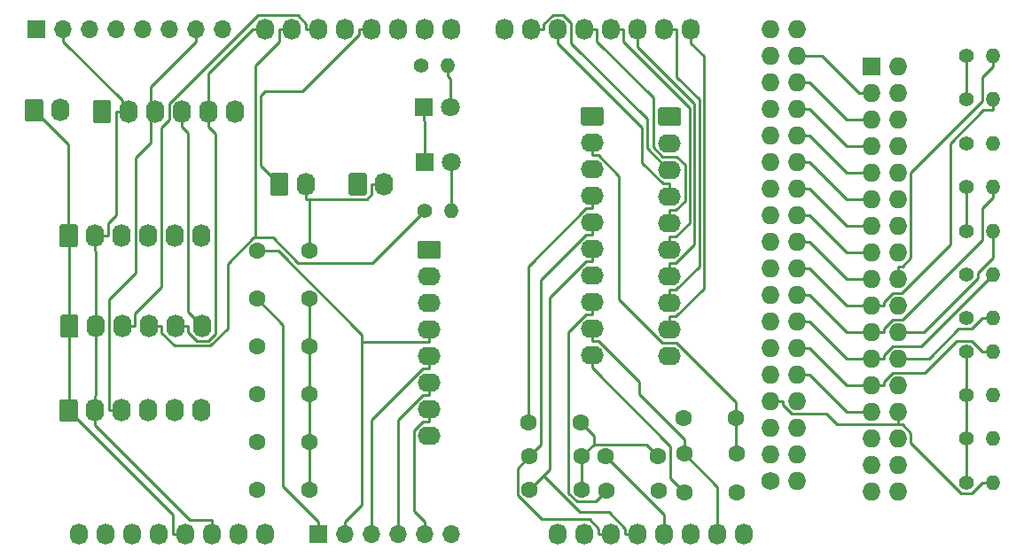
<source format=gbr>
G04 #@! TF.GenerationSoftware,KiCad,Pcbnew,(5.1.5-0-10_14)*
G04 #@! TF.CreationDate,2021-11-28T07:37:34+10:00*
G04 #@! TF.ProjectId,Hornet Forward Input Shield,486f726e-6574-4204-966f-727761726420,rev?*
G04 #@! TF.SameCoordinates,Original*
G04 #@! TF.FileFunction,Copper,L2,Bot*
G04 #@! TF.FilePolarity,Positive*
%FSLAX46Y46*%
G04 Gerber Fmt 4.6, Leading zero omitted, Abs format (unit mm)*
G04 Created by KiCad (PCBNEW (5.1.5-0-10_14)) date 2021-11-28 07:37:34*
%MOMM*%
%LPD*%
G04 APERTURE LIST*
%ADD10O,2.200000X1.740000*%
%ADD11C,0.100000*%
%ADD12O,1.740000X2.200000*%
%ADD13C,1.400000*%
%ADD14O,1.400000X1.400000*%
%ADD15C,1.800000*%
%ADD16R,1.800000X1.800000*%
%ADD17C,1.600000*%
%ADD18O,1.700000X1.700000*%
%ADD19R,1.700000X1.700000*%
%ADD20O,1.727200X1.727200*%
%ADD21R,1.727200X1.727200*%
%ADD22C,1.727200*%
%ADD23O,1.727200X2.032000*%
%ADD24C,0.250000*%
G04 APERTURE END LIST*
D10*
X164719000Y-109728000D03*
X164719000Y-107188000D03*
X164719000Y-104648000D03*
X164719000Y-102108000D03*
X164719000Y-99568000D03*
X164719000Y-97028000D03*
X164719000Y-94488000D03*
G04 #@! TA.AperFunction,ComponentPad*
D11*
G36*
X165593505Y-91079204D02*
G01*
X165617773Y-91082804D01*
X165641572Y-91088765D01*
X165664671Y-91097030D01*
X165686850Y-91107520D01*
X165707893Y-91120132D01*
X165727599Y-91134747D01*
X165745777Y-91151223D01*
X165762253Y-91169401D01*
X165776868Y-91189107D01*
X165789480Y-91210150D01*
X165799970Y-91232329D01*
X165808235Y-91255428D01*
X165814196Y-91279227D01*
X165817796Y-91303495D01*
X165819000Y-91327999D01*
X165819000Y-92568001D01*
X165817796Y-92592505D01*
X165814196Y-92616773D01*
X165808235Y-92640572D01*
X165799970Y-92663671D01*
X165789480Y-92685850D01*
X165776868Y-92706893D01*
X165762253Y-92726599D01*
X165745777Y-92744777D01*
X165727599Y-92761253D01*
X165707893Y-92775868D01*
X165686850Y-92788480D01*
X165664671Y-92798970D01*
X165641572Y-92807235D01*
X165617773Y-92813196D01*
X165593505Y-92816796D01*
X165569001Y-92818000D01*
X163868999Y-92818000D01*
X163844495Y-92816796D01*
X163820227Y-92813196D01*
X163796428Y-92807235D01*
X163773329Y-92798970D01*
X163751150Y-92788480D01*
X163730107Y-92775868D01*
X163710401Y-92761253D01*
X163692223Y-92744777D01*
X163675747Y-92726599D01*
X163661132Y-92706893D01*
X163648520Y-92685850D01*
X163638030Y-92663671D01*
X163629765Y-92640572D01*
X163623804Y-92616773D01*
X163620204Y-92592505D01*
X163619000Y-92568001D01*
X163619000Y-91327999D01*
X163620204Y-91303495D01*
X163623804Y-91279227D01*
X163629765Y-91255428D01*
X163638030Y-91232329D01*
X163648520Y-91210150D01*
X163661132Y-91189107D01*
X163675747Y-91169401D01*
X163692223Y-91151223D01*
X163710401Y-91134747D01*
X163730107Y-91120132D01*
X163751150Y-91107520D01*
X163773329Y-91097030D01*
X163796428Y-91088765D01*
X163820227Y-91082804D01*
X163844495Y-91079204D01*
X163868999Y-91078000D01*
X165569001Y-91078000D01*
X165593505Y-91079204D01*
G37*
G04 #@! TD.AperFunction*
D12*
X152959000Y-85674200D03*
G04 #@! TA.AperFunction,ComponentPad*
D11*
G36*
X151063505Y-84575404D02*
G01*
X151087773Y-84579004D01*
X151111572Y-84584965D01*
X151134671Y-84593230D01*
X151156850Y-84603720D01*
X151177893Y-84616332D01*
X151197599Y-84630947D01*
X151215777Y-84647423D01*
X151232253Y-84665601D01*
X151246868Y-84685307D01*
X151259480Y-84706350D01*
X151269970Y-84728529D01*
X151278235Y-84751628D01*
X151284196Y-84775427D01*
X151287796Y-84799695D01*
X151289000Y-84824199D01*
X151289000Y-86524201D01*
X151287796Y-86548705D01*
X151284196Y-86572973D01*
X151278235Y-86596772D01*
X151269970Y-86619871D01*
X151259480Y-86642050D01*
X151246868Y-86663093D01*
X151232253Y-86682799D01*
X151215777Y-86700977D01*
X151197599Y-86717453D01*
X151177893Y-86732068D01*
X151156850Y-86744680D01*
X151134671Y-86755170D01*
X151111572Y-86763435D01*
X151087773Y-86769396D01*
X151063505Y-86772996D01*
X151039001Y-86774200D01*
X149798999Y-86774200D01*
X149774495Y-86772996D01*
X149750227Y-86769396D01*
X149726428Y-86763435D01*
X149703329Y-86755170D01*
X149681150Y-86744680D01*
X149660107Y-86732068D01*
X149640401Y-86717453D01*
X149622223Y-86700977D01*
X149605747Y-86682799D01*
X149591132Y-86663093D01*
X149578520Y-86642050D01*
X149568030Y-86619871D01*
X149559765Y-86596772D01*
X149553804Y-86572973D01*
X149550204Y-86548705D01*
X149549000Y-86524201D01*
X149549000Y-84824199D01*
X149550204Y-84799695D01*
X149553804Y-84775427D01*
X149559765Y-84751628D01*
X149568030Y-84728529D01*
X149578520Y-84706350D01*
X149591132Y-84685307D01*
X149605747Y-84665601D01*
X149622223Y-84647423D01*
X149640401Y-84630947D01*
X149660107Y-84616332D01*
X149681150Y-84603720D01*
X149703329Y-84593230D01*
X149726428Y-84584965D01*
X149750227Y-84579004D01*
X149774495Y-84575404D01*
X149798999Y-84574200D01*
X151039001Y-84574200D01*
X151063505Y-84575404D01*
G37*
G04 #@! TD.AperFunction*
D13*
X164287000Y-88265000D03*
D14*
X166827000Y-88265000D03*
D13*
X163957000Y-74345800D03*
D14*
X166497000Y-74345800D03*
D12*
X160452000Y-85674200D03*
G04 #@! TA.AperFunction,ComponentPad*
D11*
G36*
X158556505Y-84575404D02*
G01*
X158580773Y-84579004D01*
X158604572Y-84584965D01*
X158627671Y-84593230D01*
X158649850Y-84603720D01*
X158670893Y-84616332D01*
X158690599Y-84630947D01*
X158708777Y-84647423D01*
X158725253Y-84665601D01*
X158739868Y-84685307D01*
X158752480Y-84706350D01*
X158762970Y-84728529D01*
X158771235Y-84751628D01*
X158777196Y-84775427D01*
X158780796Y-84799695D01*
X158782000Y-84824199D01*
X158782000Y-86524201D01*
X158780796Y-86548705D01*
X158777196Y-86572973D01*
X158771235Y-86596772D01*
X158762970Y-86619871D01*
X158752480Y-86642050D01*
X158739868Y-86663093D01*
X158725253Y-86682799D01*
X158708777Y-86700977D01*
X158690599Y-86717453D01*
X158670893Y-86732068D01*
X158649850Y-86744680D01*
X158627671Y-86755170D01*
X158604572Y-86763435D01*
X158580773Y-86769396D01*
X158556505Y-86772996D01*
X158532001Y-86774200D01*
X157291999Y-86774200D01*
X157267495Y-86772996D01*
X157243227Y-86769396D01*
X157219428Y-86763435D01*
X157196329Y-86755170D01*
X157174150Y-86744680D01*
X157153107Y-86732068D01*
X157133401Y-86717453D01*
X157115223Y-86700977D01*
X157098747Y-86682799D01*
X157084132Y-86663093D01*
X157071520Y-86642050D01*
X157061030Y-86619871D01*
X157052765Y-86596772D01*
X157046804Y-86572973D01*
X157043204Y-86548705D01*
X157042000Y-86524201D01*
X157042000Y-84824199D01*
X157043204Y-84799695D01*
X157046804Y-84775427D01*
X157052765Y-84751628D01*
X157061030Y-84728529D01*
X157071520Y-84706350D01*
X157084132Y-84685307D01*
X157098747Y-84665601D01*
X157115223Y-84647423D01*
X157133401Y-84630947D01*
X157153107Y-84616332D01*
X157174150Y-84603720D01*
X157196329Y-84593230D01*
X157219428Y-84584965D01*
X157243227Y-84579004D01*
X157267495Y-84575404D01*
X157291999Y-84574200D01*
X158532001Y-84574200D01*
X158556505Y-84575404D01*
G37*
G04 #@! TD.AperFunction*
D12*
X146177000Y-78740000D03*
X143637000Y-78740000D03*
X141097000Y-78740000D03*
X138557000Y-78740000D03*
X136017000Y-78740000D03*
G04 #@! TA.AperFunction,ComponentPad*
D11*
G36*
X134121505Y-77641204D02*
G01*
X134145773Y-77644804D01*
X134169572Y-77650765D01*
X134192671Y-77659030D01*
X134214850Y-77669520D01*
X134235893Y-77682132D01*
X134255599Y-77696747D01*
X134273777Y-77713223D01*
X134290253Y-77731401D01*
X134304868Y-77751107D01*
X134317480Y-77772150D01*
X134327970Y-77794329D01*
X134336235Y-77817428D01*
X134342196Y-77841227D01*
X134345796Y-77865495D01*
X134347000Y-77889999D01*
X134347000Y-79590001D01*
X134345796Y-79614505D01*
X134342196Y-79638773D01*
X134336235Y-79662572D01*
X134327970Y-79685671D01*
X134317480Y-79707850D01*
X134304868Y-79728893D01*
X134290253Y-79748599D01*
X134273777Y-79766777D01*
X134255599Y-79783253D01*
X134235893Y-79797868D01*
X134214850Y-79810480D01*
X134192671Y-79820970D01*
X134169572Y-79829235D01*
X134145773Y-79835196D01*
X134121505Y-79838796D01*
X134097001Y-79840000D01*
X132856999Y-79840000D01*
X132832495Y-79838796D01*
X132808227Y-79835196D01*
X132784428Y-79829235D01*
X132761329Y-79820970D01*
X132739150Y-79810480D01*
X132718107Y-79797868D01*
X132698401Y-79783253D01*
X132680223Y-79766777D01*
X132663747Y-79748599D01*
X132649132Y-79728893D01*
X132636520Y-79707850D01*
X132626030Y-79685671D01*
X132617765Y-79662572D01*
X132611804Y-79638773D01*
X132608204Y-79614505D01*
X132607000Y-79590001D01*
X132607000Y-77889999D01*
X132608204Y-77865495D01*
X132611804Y-77841227D01*
X132617765Y-77817428D01*
X132626030Y-77794329D01*
X132636520Y-77772150D01*
X132649132Y-77751107D01*
X132663747Y-77731401D01*
X132680223Y-77713223D01*
X132698401Y-77696747D01*
X132718107Y-77682132D01*
X132739150Y-77669520D01*
X132761329Y-77659030D01*
X132784428Y-77650765D01*
X132808227Y-77644804D01*
X132832495Y-77641204D01*
X132856999Y-77640000D01*
X134097001Y-77640000D01*
X134121505Y-77641204D01*
G37*
G04 #@! TD.AperFunction*
D12*
X129540000Y-78613000D03*
G04 #@! TA.AperFunction,ComponentPad*
D11*
G36*
X127644505Y-77514204D02*
G01*
X127668773Y-77517804D01*
X127692572Y-77523765D01*
X127715671Y-77532030D01*
X127737850Y-77542520D01*
X127758893Y-77555132D01*
X127778599Y-77569747D01*
X127796777Y-77586223D01*
X127813253Y-77604401D01*
X127827868Y-77624107D01*
X127840480Y-77645150D01*
X127850970Y-77667329D01*
X127859235Y-77690428D01*
X127865196Y-77714227D01*
X127868796Y-77738495D01*
X127870000Y-77762999D01*
X127870000Y-79463001D01*
X127868796Y-79487505D01*
X127865196Y-79511773D01*
X127859235Y-79535572D01*
X127850970Y-79558671D01*
X127840480Y-79580850D01*
X127827868Y-79601893D01*
X127813253Y-79621599D01*
X127796777Y-79639777D01*
X127778599Y-79656253D01*
X127758893Y-79670868D01*
X127737850Y-79683480D01*
X127715671Y-79693970D01*
X127692572Y-79702235D01*
X127668773Y-79708196D01*
X127644505Y-79711796D01*
X127620001Y-79713000D01*
X126379999Y-79713000D01*
X126355495Y-79711796D01*
X126331227Y-79708196D01*
X126307428Y-79702235D01*
X126284329Y-79693970D01*
X126262150Y-79683480D01*
X126241107Y-79670868D01*
X126221401Y-79656253D01*
X126203223Y-79639777D01*
X126186747Y-79621599D01*
X126172132Y-79601893D01*
X126159520Y-79580850D01*
X126149030Y-79558671D01*
X126140765Y-79535572D01*
X126134804Y-79511773D01*
X126131204Y-79487505D01*
X126130000Y-79463001D01*
X126130000Y-77762999D01*
X126131204Y-77738495D01*
X126134804Y-77714227D01*
X126140765Y-77690428D01*
X126149030Y-77667329D01*
X126159520Y-77645150D01*
X126172132Y-77624107D01*
X126186747Y-77604401D01*
X126203223Y-77586223D01*
X126221401Y-77569747D01*
X126241107Y-77555132D01*
X126262150Y-77542520D01*
X126284329Y-77532030D01*
X126307428Y-77523765D01*
X126331227Y-77517804D01*
X126355495Y-77514204D01*
X126379999Y-77513000D01*
X127620001Y-77513000D01*
X127644505Y-77514204D01*
G37*
G04 #@! TD.AperFunction*
D15*
X166827000Y-83566000D03*
D16*
X164287000Y-83566000D03*
D15*
X166726000Y-78359000D03*
D16*
X164186000Y-78359000D03*
D12*
X143002000Y-107315000D03*
X140462000Y-107315000D03*
X137922000Y-107315000D03*
X135382000Y-107315000D03*
X132842000Y-107315000D03*
G04 #@! TA.AperFunction,ComponentPad*
D11*
G36*
X130946505Y-106216204D02*
G01*
X130970773Y-106219804D01*
X130994572Y-106225765D01*
X131017671Y-106234030D01*
X131039850Y-106244520D01*
X131060893Y-106257132D01*
X131080599Y-106271747D01*
X131098777Y-106288223D01*
X131115253Y-106306401D01*
X131129868Y-106326107D01*
X131142480Y-106347150D01*
X131152970Y-106369329D01*
X131161235Y-106392428D01*
X131167196Y-106416227D01*
X131170796Y-106440495D01*
X131172000Y-106464999D01*
X131172000Y-108165001D01*
X131170796Y-108189505D01*
X131167196Y-108213773D01*
X131161235Y-108237572D01*
X131152970Y-108260671D01*
X131142480Y-108282850D01*
X131129868Y-108303893D01*
X131115253Y-108323599D01*
X131098777Y-108341777D01*
X131080599Y-108358253D01*
X131060893Y-108372868D01*
X131039850Y-108385480D01*
X131017671Y-108395970D01*
X130994572Y-108404235D01*
X130970773Y-108410196D01*
X130946505Y-108413796D01*
X130922001Y-108415000D01*
X129681999Y-108415000D01*
X129657495Y-108413796D01*
X129633227Y-108410196D01*
X129609428Y-108404235D01*
X129586329Y-108395970D01*
X129564150Y-108385480D01*
X129543107Y-108372868D01*
X129523401Y-108358253D01*
X129505223Y-108341777D01*
X129488747Y-108323599D01*
X129474132Y-108303893D01*
X129461520Y-108282850D01*
X129451030Y-108260671D01*
X129442765Y-108237572D01*
X129436804Y-108213773D01*
X129433204Y-108189505D01*
X129432000Y-108165001D01*
X129432000Y-106464999D01*
X129433204Y-106440495D01*
X129436804Y-106416227D01*
X129442765Y-106392428D01*
X129451030Y-106369329D01*
X129461520Y-106347150D01*
X129474132Y-106326107D01*
X129488747Y-106306401D01*
X129505223Y-106288223D01*
X129523401Y-106271747D01*
X129543107Y-106257132D01*
X129564150Y-106244520D01*
X129586329Y-106234030D01*
X129609428Y-106225765D01*
X129633227Y-106219804D01*
X129657495Y-106216204D01*
X129681999Y-106215000D01*
X130922001Y-106215000D01*
X130946505Y-106216204D01*
G37*
G04 #@! TD.AperFunction*
D12*
X143066000Y-99250500D03*
X140526000Y-99250500D03*
X137986000Y-99250500D03*
X135446000Y-99250500D03*
X132906000Y-99250500D03*
G04 #@! TA.AperFunction,ComponentPad*
D11*
G36*
X131010505Y-98151704D02*
G01*
X131034773Y-98155304D01*
X131058572Y-98161265D01*
X131081671Y-98169530D01*
X131103850Y-98180020D01*
X131124893Y-98192632D01*
X131144599Y-98207247D01*
X131162777Y-98223723D01*
X131179253Y-98241901D01*
X131193868Y-98261607D01*
X131206480Y-98282650D01*
X131216970Y-98304829D01*
X131225235Y-98327928D01*
X131231196Y-98351727D01*
X131234796Y-98375995D01*
X131236000Y-98400499D01*
X131236000Y-100100501D01*
X131234796Y-100125005D01*
X131231196Y-100149273D01*
X131225235Y-100173072D01*
X131216970Y-100196171D01*
X131206480Y-100218350D01*
X131193868Y-100239393D01*
X131179253Y-100259099D01*
X131162777Y-100277277D01*
X131144599Y-100293753D01*
X131124893Y-100308368D01*
X131103850Y-100320980D01*
X131081671Y-100331470D01*
X131058572Y-100339735D01*
X131034773Y-100345696D01*
X131010505Y-100349296D01*
X130986001Y-100350500D01*
X129745999Y-100350500D01*
X129721495Y-100349296D01*
X129697227Y-100345696D01*
X129673428Y-100339735D01*
X129650329Y-100331470D01*
X129628150Y-100320980D01*
X129607107Y-100308368D01*
X129587401Y-100293753D01*
X129569223Y-100277277D01*
X129552747Y-100259099D01*
X129538132Y-100239393D01*
X129525520Y-100218350D01*
X129515030Y-100196171D01*
X129506765Y-100173072D01*
X129500804Y-100149273D01*
X129497204Y-100125005D01*
X129496000Y-100100501D01*
X129496000Y-98400499D01*
X129497204Y-98375995D01*
X129500804Y-98351727D01*
X129506765Y-98327928D01*
X129515030Y-98304829D01*
X129525520Y-98282650D01*
X129538132Y-98261607D01*
X129552747Y-98241901D01*
X129569223Y-98223723D01*
X129587401Y-98207247D01*
X129607107Y-98192632D01*
X129628150Y-98180020D01*
X129650329Y-98169530D01*
X129673428Y-98161265D01*
X129697227Y-98155304D01*
X129721495Y-98151704D01*
X129745999Y-98150500D01*
X130986001Y-98150500D01*
X131010505Y-98151704D01*
G37*
G04 #@! TD.AperFunction*
D12*
X143002000Y-90614500D03*
X140462000Y-90614500D03*
X137922000Y-90614500D03*
X135382000Y-90614500D03*
X132842000Y-90614500D03*
G04 #@! TA.AperFunction,ComponentPad*
D11*
G36*
X130946505Y-89515704D02*
G01*
X130970773Y-89519304D01*
X130994572Y-89525265D01*
X131017671Y-89533530D01*
X131039850Y-89544020D01*
X131060893Y-89556632D01*
X131080599Y-89571247D01*
X131098777Y-89587723D01*
X131115253Y-89605901D01*
X131129868Y-89625607D01*
X131142480Y-89646650D01*
X131152970Y-89668829D01*
X131161235Y-89691928D01*
X131167196Y-89715727D01*
X131170796Y-89739995D01*
X131172000Y-89764499D01*
X131172000Y-91464501D01*
X131170796Y-91489005D01*
X131167196Y-91513273D01*
X131161235Y-91537072D01*
X131152970Y-91560171D01*
X131142480Y-91582350D01*
X131129868Y-91603393D01*
X131115253Y-91623099D01*
X131098777Y-91641277D01*
X131080599Y-91657753D01*
X131060893Y-91672368D01*
X131039850Y-91684980D01*
X131017671Y-91695470D01*
X130994572Y-91703735D01*
X130970773Y-91709696D01*
X130946505Y-91713296D01*
X130922001Y-91714500D01*
X129681999Y-91714500D01*
X129657495Y-91713296D01*
X129633227Y-91709696D01*
X129609428Y-91703735D01*
X129586329Y-91695470D01*
X129564150Y-91684980D01*
X129543107Y-91672368D01*
X129523401Y-91657753D01*
X129505223Y-91641277D01*
X129488747Y-91623099D01*
X129474132Y-91603393D01*
X129461520Y-91582350D01*
X129451030Y-91560171D01*
X129442765Y-91537072D01*
X129436804Y-91513273D01*
X129433204Y-91489005D01*
X129432000Y-91464501D01*
X129432000Y-89764499D01*
X129433204Y-89739995D01*
X129436804Y-89715727D01*
X129442765Y-89691928D01*
X129451030Y-89668829D01*
X129461520Y-89646650D01*
X129474132Y-89625607D01*
X129488747Y-89605901D01*
X129505223Y-89587723D01*
X129523401Y-89571247D01*
X129543107Y-89556632D01*
X129564150Y-89544020D01*
X129586329Y-89533530D01*
X129609428Y-89525265D01*
X129633227Y-89519304D01*
X129657495Y-89515704D01*
X129681999Y-89514500D01*
X130922001Y-89514500D01*
X130946505Y-89515704D01*
G37*
G04 #@! TD.AperFunction*
D17*
X194040000Y-108077000D03*
X189040000Y-108077000D03*
X179180000Y-108458000D03*
X174180000Y-108458000D03*
X179308000Y-111696000D03*
X174308000Y-111696000D03*
X153272000Y-96647000D03*
X148272000Y-96647000D03*
X179308000Y-114872000D03*
X174308000Y-114872000D03*
X153272000Y-92075000D03*
X148272000Y-92075000D03*
X186610000Y-111696000D03*
X181610000Y-111696000D03*
X153272000Y-101219000D03*
X148272000Y-101219000D03*
X186674000Y-114998000D03*
X181674000Y-114998000D03*
X153272000Y-105791000D03*
X148272000Y-105791000D03*
X194103000Y-111442000D03*
X189103000Y-111442000D03*
X153272000Y-110363000D03*
X148272000Y-110363000D03*
X194103000Y-115126000D03*
X189103000Y-115126000D03*
X153272000Y-114935000D03*
X148272000Y-114935000D03*
D18*
X145034000Y-70866000D03*
X142494000Y-70866000D03*
X139954000Y-70866000D03*
X137414000Y-70866000D03*
X134874000Y-70866000D03*
X132334000Y-70866000D03*
X129794000Y-70866000D03*
D19*
X127254000Y-70866000D03*
D18*
X166878000Y-119126000D03*
X164338000Y-119126000D03*
X161798000Y-119126000D03*
X159258000Y-119126000D03*
X156718000Y-119126000D03*
D19*
X154178000Y-119126000D03*
D13*
X216027000Y-114201000D03*
D14*
X218567000Y-114201000D03*
D13*
X216027000Y-110020000D03*
D14*
X218567000Y-110020000D03*
D13*
X216027000Y-105839000D03*
D14*
X218567000Y-105839000D03*
D13*
X216027000Y-101658000D03*
D14*
X218567000Y-101658000D03*
D13*
X216027000Y-98492600D03*
D14*
X218567000Y-98492600D03*
D13*
X216027000Y-94311500D03*
D14*
X218567000Y-94311500D03*
D13*
X216027000Y-90130400D03*
D14*
X218567000Y-90130400D03*
D13*
X216027000Y-85949300D03*
D14*
X218567000Y-85949300D03*
D13*
X216027000Y-81768200D03*
D14*
X218567000Y-81768200D03*
D13*
X216027000Y-77587100D03*
D14*
X218567000Y-77587100D03*
D13*
X216027000Y-73406000D03*
D14*
X218567000Y-73406000D03*
D10*
X187693000Y-102069900D03*
X187693000Y-99529900D03*
X187693000Y-96989900D03*
X187693000Y-94449900D03*
X187693000Y-91909900D03*
X187693000Y-89369900D03*
X187693000Y-86829900D03*
X187693000Y-84289900D03*
X187693000Y-81749900D03*
G04 #@! TA.AperFunction,ComponentPad*
D11*
G36*
X188567505Y-78341104D02*
G01*
X188591773Y-78344704D01*
X188615572Y-78350665D01*
X188638671Y-78358930D01*
X188660850Y-78369420D01*
X188681893Y-78382032D01*
X188701599Y-78396647D01*
X188719777Y-78413123D01*
X188736253Y-78431301D01*
X188750868Y-78451007D01*
X188763480Y-78472050D01*
X188773970Y-78494229D01*
X188782235Y-78517328D01*
X188788196Y-78541127D01*
X188791796Y-78565395D01*
X188793000Y-78589899D01*
X188793000Y-79829901D01*
X188791796Y-79854405D01*
X188788196Y-79878673D01*
X188782235Y-79902472D01*
X188773970Y-79925571D01*
X188763480Y-79947750D01*
X188750868Y-79968793D01*
X188736253Y-79988499D01*
X188719777Y-80006677D01*
X188701599Y-80023153D01*
X188681893Y-80037768D01*
X188660850Y-80050380D01*
X188638671Y-80060870D01*
X188615572Y-80069135D01*
X188591773Y-80075096D01*
X188567505Y-80078696D01*
X188543001Y-80079900D01*
X186842999Y-80079900D01*
X186818495Y-80078696D01*
X186794227Y-80075096D01*
X186770428Y-80069135D01*
X186747329Y-80060870D01*
X186725150Y-80050380D01*
X186704107Y-80037768D01*
X186684401Y-80023153D01*
X186666223Y-80006677D01*
X186649747Y-79988499D01*
X186635132Y-79968793D01*
X186622520Y-79947750D01*
X186612030Y-79925571D01*
X186603765Y-79902472D01*
X186597804Y-79878673D01*
X186594204Y-79854405D01*
X186593000Y-79829901D01*
X186593000Y-78589899D01*
X186594204Y-78565395D01*
X186597804Y-78541127D01*
X186603765Y-78517328D01*
X186612030Y-78494229D01*
X186622520Y-78472050D01*
X186635132Y-78451007D01*
X186649747Y-78431301D01*
X186666223Y-78413123D01*
X186684401Y-78396647D01*
X186704107Y-78382032D01*
X186725150Y-78369420D01*
X186747329Y-78358930D01*
X186770428Y-78350665D01*
X186794227Y-78344704D01*
X186818495Y-78341104D01*
X186842999Y-78339900D01*
X188543001Y-78339900D01*
X188567505Y-78341104D01*
G37*
G04 #@! TD.AperFunction*
D10*
X180302000Y-102044500D03*
X180302000Y-99504500D03*
X180302000Y-96964500D03*
X180302000Y-94424500D03*
X180302000Y-91884500D03*
X180302000Y-89344500D03*
X180302000Y-86804500D03*
X180302000Y-84264500D03*
X180302000Y-81724500D03*
G04 #@! TA.AperFunction,ComponentPad*
D11*
G36*
X181176505Y-78315704D02*
G01*
X181200773Y-78319304D01*
X181224572Y-78325265D01*
X181247671Y-78333530D01*
X181269850Y-78344020D01*
X181290893Y-78356632D01*
X181310599Y-78371247D01*
X181328777Y-78387723D01*
X181345253Y-78405901D01*
X181359868Y-78425607D01*
X181372480Y-78446650D01*
X181382970Y-78468829D01*
X181391235Y-78491928D01*
X181397196Y-78515727D01*
X181400796Y-78539995D01*
X181402000Y-78564499D01*
X181402000Y-79804501D01*
X181400796Y-79829005D01*
X181397196Y-79853273D01*
X181391235Y-79877072D01*
X181382970Y-79900171D01*
X181372480Y-79922350D01*
X181359868Y-79943393D01*
X181345253Y-79963099D01*
X181328777Y-79981277D01*
X181310599Y-79997753D01*
X181290893Y-80012368D01*
X181269850Y-80024980D01*
X181247671Y-80035470D01*
X181224572Y-80043735D01*
X181200773Y-80049696D01*
X181176505Y-80053296D01*
X181152001Y-80054500D01*
X179451999Y-80054500D01*
X179427495Y-80053296D01*
X179403227Y-80049696D01*
X179379428Y-80043735D01*
X179356329Y-80035470D01*
X179334150Y-80024980D01*
X179313107Y-80012368D01*
X179293401Y-79997753D01*
X179275223Y-79981277D01*
X179258747Y-79963099D01*
X179244132Y-79943393D01*
X179231520Y-79922350D01*
X179221030Y-79900171D01*
X179212765Y-79877072D01*
X179206804Y-79853273D01*
X179203204Y-79829005D01*
X179202000Y-79804501D01*
X179202000Y-78564499D01*
X179203204Y-78539995D01*
X179206804Y-78515727D01*
X179212765Y-78491928D01*
X179221030Y-78468829D01*
X179231520Y-78446650D01*
X179244132Y-78425607D01*
X179258747Y-78405901D01*
X179275223Y-78387723D01*
X179293401Y-78371247D01*
X179313107Y-78356632D01*
X179334150Y-78344020D01*
X179356329Y-78333530D01*
X179379428Y-78325265D01*
X179403227Y-78319304D01*
X179427495Y-78315704D01*
X179451999Y-78314500D01*
X181152001Y-78314500D01*
X181176505Y-78315704D01*
G37*
G04 #@! TD.AperFunction*
D20*
X209550000Y-115062000D03*
X207010000Y-115062000D03*
X209550000Y-112522000D03*
X207010000Y-112522000D03*
X209550000Y-109982000D03*
X207010000Y-109982000D03*
X209550000Y-107442000D03*
X207010000Y-107442000D03*
X209550000Y-104902000D03*
X207010000Y-104902000D03*
X209550000Y-102362000D03*
X207010000Y-102362000D03*
X209550000Y-99822000D03*
X207010000Y-99822000D03*
X209550000Y-97282000D03*
X207010000Y-97282000D03*
X209550000Y-94742000D03*
X207010000Y-94742000D03*
X209550000Y-92202000D03*
X207010000Y-92202000D03*
X209550000Y-89662000D03*
X207010000Y-89662000D03*
X209550000Y-87122000D03*
X207010000Y-87122000D03*
X209550000Y-84582000D03*
X207010000Y-84582000D03*
X209550000Y-82042000D03*
X207010000Y-82042000D03*
X209550000Y-79502000D03*
X207010000Y-79502000D03*
X209550000Y-76962000D03*
X207010000Y-76962000D03*
X209550000Y-74422000D03*
D21*
X207010000Y-74422000D03*
D22*
X197358000Y-114046000D03*
D20*
X199898000Y-114046000D03*
X197358000Y-111506000D03*
X199898000Y-111506000D03*
X197358000Y-108966000D03*
X199898000Y-108966000D03*
X197358000Y-106426000D03*
X199898000Y-106426000D03*
X197358000Y-103886000D03*
X199898000Y-103886000D03*
X197358000Y-101346000D03*
X199898000Y-101346000D03*
X197358000Y-98806000D03*
X199898000Y-98806000D03*
X197358000Y-96266000D03*
X199898000Y-96266000D03*
X197358000Y-93726000D03*
X199898000Y-93726000D03*
X197358000Y-91186000D03*
X199898000Y-91186000D03*
X197358000Y-88646000D03*
X199898000Y-88646000D03*
X197358000Y-86106000D03*
X199898000Y-86106000D03*
X197358000Y-83566000D03*
X199898000Y-83566000D03*
X197358000Y-81026000D03*
X199898000Y-81026000D03*
X197358000Y-78486000D03*
X199898000Y-78486000D03*
X197358000Y-75946000D03*
X199898000Y-75946000D03*
X197358000Y-73406000D03*
X199898000Y-73406000D03*
X197358000Y-70866000D03*
X199898000Y-70866000D03*
D23*
X131318000Y-119126000D03*
X133858000Y-119126000D03*
X136398000Y-119126000D03*
X138938000Y-119126000D03*
X141478000Y-119126000D03*
X144018000Y-119126000D03*
X146558000Y-119126000D03*
X149098000Y-119126000D03*
X177038000Y-119126000D03*
X179578000Y-119126000D03*
X182118000Y-119126000D03*
X184658000Y-119126000D03*
X187198000Y-119126000D03*
X189738000Y-119126000D03*
X192278000Y-119126000D03*
X194818000Y-119126000D03*
X149098000Y-70866000D03*
X151638000Y-70866000D03*
X154178000Y-70866000D03*
X156718000Y-70866000D03*
X159258000Y-70866000D03*
X161798000Y-70866000D03*
X164338000Y-70866000D03*
X166878000Y-70866000D03*
X171958000Y-70866000D03*
X174498000Y-70866000D03*
X177038000Y-70866000D03*
X179578000Y-70866000D03*
X182118000Y-70866000D03*
X184658000Y-70866000D03*
X187198000Y-70866000D03*
X189738000Y-70866000D03*
D24*
X194040000Y-108077000D02*
X194040000Y-106487100D01*
X194040000Y-106487100D02*
X188352800Y-100799900D01*
X188352800Y-100799900D02*
X187008800Y-100799900D01*
X187008800Y-100799900D02*
X182881400Y-96672500D01*
X182881400Y-96672500D02*
X182881400Y-84901600D01*
X182881400Y-84901600D02*
X180899600Y-82919800D01*
X180899600Y-82919800D02*
X180302000Y-82919800D01*
X194103000Y-111442000D02*
X194040000Y-111379000D01*
X194040000Y-111379000D02*
X194040000Y-108077000D01*
X180302000Y-81724500D02*
X180302000Y-82919800D01*
X180438200Y-110565800D02*
X179308000Y-111696000D01*
X186610000Y-111696000D02*
X185479800Y-110565800D01*
X185479800Y-110565800D02*
X180438200Y-110565800D01*
X180438200Y-110565800D02*
X180438200Y-109716200D01*
X180438200Y-109716200D02*
X179180000Y-108458000D01*
X179308000Y-114872000D02*
X179308000Y-111696000D01*
X197358000Y-106426000D02*
X198546900Y-106426000D01*
X198546900Y-106426000D02*
X198546900Y-106797600D01*
X198546900Y-106797600D02*
X199364200Y-107614900D01*
X199364200Y-107614900D02*
X202700000Y-107614900D01*
X202700000Y-107614900D02*
X203716000Y-108630900D01*
X203716000Y-108630900D02*
X209550000Y-108630900D01*
X218567000Y-114201000D02*
X217541700Y-114201000D01*
X209550000Y-107442000D02*
X209550000Y-108630900D01*
X209550000Y-108630900D02*
X209921600Y-108630900D01*
X209921600Y-108630900D02*
X210738900Y-109448200D01*
X210738900Y-109448200D02*
X210738900Y-110409600D01*
X210738900Y-110409600D02*
X215555600Y-115226300D01*
X215555600Y-115226300D02*
X216516400Y-115226300D01*
X216516400Y-115226300D02*
X217541700Y-114201000D01*
X201086900Y-103886000D02*
X204642900Y-107442000D01*
X204642900Y-107442000D02*
X207010000Y-107442000D01*
X199898000Y-103886000D02*
X201086900Y-103886000D01*
X218567000Y-98492600D02*
X217541700Y-98492600D01*
X209550000Y-102362000D02*
X210738900Y-102362000D01*
X210738900Y-102362000D02*
X212446600Y-102362000D01*
X212446600Y-102362000D02*
X215290700Y-99517900D01*
X215290700Y-99517900D02*
X216516400Y-99517900D01*
X216516400Y-99517900D02*
X217541700Y-98492600D01*
X208198900Y-104902000D02*
X208198900Y-104530400D01*
X208198900Y-104530400D02*
X209016200Y-103713100D01*
X209016200Y-103713100D02*
X212050600Y-103713100D01*
X212050600Y-103713100D02*
X215131000Y-100632700D01*
X215131000Y-100632700D02*
X216516400Y-100632700D01*
X216516400Y-100632700D02*
X217541700Y-101658000D01*
X207010000Y-104902000D02*
X208198900Y-104902000D01*
X201086900Y-101346000D02*
X204642900Y-104902000D01*
X204642900Y-104902000D02*
X207010000Y-104902000D01*
X218567000Y-101658000D02*
X217541700Y-101658000D01*
X199898000Y-101346000D02*
X201086900Y-101346000D01*
X209550000Y-99822000D02*
X211966700Y-99822000D01*
X211966700Y-99822000D02*
X217137700Y-94651000D01*
X217137700Y-94651000D02*
X217137700Y-94140500D01*
X217137700Y-94140500D02*
X218567000Y-92711200D01*
X218567000Y-92711200D02*
X218567000Y-90130400D01*
X207010000Y-102362000D02*
X208198900Y-102362000D01*
X208198900Y-102362000D02*
X208198900Y-101990400D01*
X208198900Y-101990400D02*
X209016200Y-101173100D01*
X209016200Y-101173100D02*
X211705400Y-101173100D01*
X211705400Y-101173100D02*
X218567000Y-94311500D01*
X201086900Y-98806000D02*
X204642900Y-102362000D01*
X204642900Y-102362000D02*
X207010000Y-102362000D01*
X199898000Y-98806000D02*
X201086900Y-98806000D01*
X207010000Y-99822000D02*
X208198900Y-99822000D01*
X208198900Y-99822000D02*
X208198900Y-99450400D01*
X208198900Y-99450400D02*
X209016200Y-98633100D01*
X209016200Y-98633100D02*
X209899700Y-98633100D01*
X209899700Y-98633100D02*
X217541700Y-90991100D01*
X217541700Y-90991100D02*
X217541700Y-87999900D01*
X217541700Y-87999900D02*
X218567000Y-86974600D01*
X201086900Y-96266000D02*
X204642900Y-99822000D01*
X204642900Y-99822000D02*
X207010000Y-99822000D01*
X218567000Y-85949300D02*
X218567000Y-86974600D01*
X199898000Y-96266000D02*
X201086900Y-96266000D01*
X218567000Y-73406000D02*
X218567000Y-74431300D01*
X209550000Y-94742000D02*
X209550000Y-93553100D01*
X209550000Y-93553100D02*
X209921600Y-93553100D01*
X209921600Y-93553100D02*
X210738900Y-92735800D01*
X210738900Y-92735800D02*
X210738900Y-84566400D01*
X210738900Y-84566400D02*
X217541700Y-77763600D01*
X217541700Y-77763600D02*
X217541700Y-75456600D01*
X217541700Y-75456600D02*
X218567000Y-74431300D01*
X207010000Y-97282000D02*
X208198900Y-97282000D01*
X208198900Y-97282000D02*
X208198900Y-96910400D01*
X208198900Y-96910400D02*
X209016200Y-96093100D01*
X209016200Y-96093100D02*
X209883400Y-96093100D01*
X209883400Y-96093100D02*
X214502300Y-91474200D01*
X214502300Y-91474200D02*
X214502300Y-81780000D01*
X214502300Y-81780000D02*
X217669900Y-78612400D01*
X217669900Y-78612400D02*
X218567000Y-78612400D01*
X201086900Y-93726000D02*
X204642900Y-97282000D01*
X204642900Y-97282000D02*
X207010000Y-97282000D01*
X218567000Y-77587100D02*
X218567000Y-78612400D01*
X199898000Y-93726000D02*
X201086900Y-93726000D01*
X199898000Y-91186000D02*
X201086900Y-91186000D01*
X201086900Y-91186000D02*
X204642900Y-94742000D01*
X204642900Y-94742000D02*
X207010000Y-94742000D01*
X199898000Y-88646000D02*
X201086900Y-88646000D01*
X201086900Y-88646000D02*
X204642900Y-92202000D01*
X204642900Y-92202000D02*
X207010000Y-92202000D01*
X199898000Y-86106000D02*
X201086900Y-86106000D01*
X201086900Y-86106000D02*
X204642900Y-89662000D01*
X204642900Y-89662000D02*
X207010000Y-89662000D01*
X199898000Y-83566000D02*
X201086900Y-83566000D01*
X201086900Y-83566000D02*
X204642900Y-87122000D01*
X204642900Y-87122000D02*
X207010000Y-87122000D01*
X199898000Y-81026000D02*
X201086900Y-81026000D01*
X201086900Y-81026000D02*
X204642900Y-84582000D01*
X204642900Y-84582000D02*
X207010000Y-84582000D01*
X199898000Y-78486000D02*
X201086900Y-78486000D01*
X201086900Y-78486000D02*
X204642900Y-82042000D01*
X204642900Y-82042000D02*
X207010000Y-82042000D01*
X199898000Y-75946000D02*
X201086900Y-75946000D01*
X201086900Y-75946000D02*
X204642900Y-79502000D01*
X204642900Y-79502000D02*
X207010000Y-79502000D01*
X207010000Y-76962000D02*
X205821100Y-76962000D01*
X199898000Y-73406000D02*
X202265100Y-73406000D01*
X202265100Y-73406000D02*
X205821100Y-76962000D01*
X216027000Y-110020000D02*
X216027000Y-114201000D01*
X216027000Y-105839000D02*
X216027000Y-110020000D01*
X216027000Y-101658000D02*
X216027000Y-105839000D01*
X216027000Y-85949300D02*
X216027000Y-90130400D01*
X216027000Y-73406000D02*
X216027000Y-77587100D01*
X180302000Y-87999800D02*
X179704400Y-87999800D01*
X179704400Y-87999800D02*
X174180000Y-93524200D01*
X174180000Y-93524200D02*
X174180000Y-108458000D01*
X180302000Y-86804500D02*
X180302000Y-87999800D01*
X182118000Y-119126000D02*
X180929100Y-119126000D01*
X180929100Y-119126000D02*
X180929100Y-118605900D01*
X180929100Y-118605900D02*
X180038400Y-117715200D01*
X180038400Y-117715200D02*
X175508700Y-117715200D01*
X175508700Y-117715200D02*
X173160300Y-115366800D01*
X173160300Y-115366800D02*
X173160300Y-112843700D01*
X173160300Y-112843700D02*
X174308000Y-111696000D01*
X180302000Y-90539800D02*
X179704400Y-90539800D01*
X179704400Y-90539800D02*
X175433100Y-94811100D01*
X175433100Y-94811100D02*
X175433100Y-110570900D01*
X175433100Y-110570900D02*
X174308000Y-111696000D01*
X180302000Y-89344500D02*
X180302000Y-90539800D01*
X184658000Y-119126000D02*
X183469100Y-119126000D01*
X175658200Y-113521800D02*
X174308000Y-114872000D01*
X180302000Y-93079800D02*
X179704400Y-93079800D01*
X179704400Y-93079800D02*
X176247600Y-96536600D01*
X176247600Y-96536600D02*
X176247600Y-112932400D01*
X176247600Y-112932400D02*
X175658200Y-113521800D01*
X183469100Y-119126000D02*
X183469100Y-118605900D01*
X183469100Y-118605900D02*
X181888200Y-117025000D01*
X181888200Y-117025000D02*
X179161400Y-117025000D01*
X179161400Y-117025000D02*
X175658200Y-113521800D01*
X180302000Y-91884500D02*
X180302000Y-93079800D01*
X181610000Y-111696000D02*
X187198000Y-117284000D01*
X187198000Y-117284000D02*
X187198000Y-119126000D01*
X181674000Y-114998000D02*
X180655800Y-116016200D01*
X180655800Y-116016200D02*
X178838700Y-116016200D01*
X178838700Y-116016200D02*
X178047900Y-115225400D01*
X178047900Y-115225400D02*
X178047900Y-99816200D01*
X178047900Y-99816200D02*
X179704300Y-98159800D01*
X179704300Y-98159800D02*
X180302000Y-98159800D01*
X180302000Y-96964500D02*
X180302000Y-98159800D01*
X180302000Y-99504500D02*
X180302000Y-100699800D01*
X180302000Y-100699800D02*
X180899600Y-100699800D01*
X180899600Y-100699800D02*
X184780700Y-104580900D01*
X184780700Y-104580900D02*
X184780700Y-105753200D01*
X184780700Y-105753200D02*
X189103000Y-110075500D01*
X189103000Y-110075500D02*
X189103000Y-111442000D01*
X189103000Y-111442000D02*
X192278000Y-114617000D01*
X192278000Y-114617000D02*
X192278000Y-119126000D01*
X180302000Y-102044500D02*
X180302000Y-103239800D01*
X189103000Y-115126000D02*
X187779500Y-113802500D01*
X187779500Y-113802500D02*
X187779500Y-110717300D01*
X187779500Y-110717300D02*
X180302000Y-103239800D01*
X187693000Y-95794600D02*
X188290600Y-95794600D01*
X188290600Y-95794600D02*
X190513500Y-93571700D01*
X190513500Y-93571700D02*
X190513500Y-77549100D01*
X190513500Y-77549100D02*
X188386900Y-75422500D01*
X188386900Y-75422500D02*
X188386900Y-70866000D01*
X187693000Y-96989900D02*
X187693000Y-95794600D01*
X187198000Y-70866000D02*
X188386900Y-70866000D01*
X187693000Y-98334600D02*
X188290600Y-98334600D01*
X188290600Y-98334600D02*
X190963800Y-95661400D01*
X190963800Y-95661400D02*
X190963800Y-73433100D01*
X190963800Y-73433100D02*
X189738000Y-72207300D01*
X189738000Y-70866000D02*
X189738000Y-72207300D01*
X187693000Y-99529900D02*
X187693000Y-98334600D01*
X174498000Y-70866000D02*
X175686900Y-70866000D01*
X175686900Y-70866000D02*
X175686900Y-70345900D01*
X175686900Y-70345900D02*
X176559100Y-69473700D01*
X176559100Y-69473700D02*
X177542900Y-69473700D01*
X177542900Y-69473700D02*
X178308200Y-70239000D01*
X178308200Y-70239000D02*
X178308200Y-72207300D01*
X178308200Y-72207300D02*
X185558800Y-79457900D01*
X185558800Y-79457900D02*
X185558800Y-82238000D01*
X185558800Y-82238000D02*
X187610700Y-84289900D01*
X187610700Y-84289900D02*
X187693000Y-84289900D01*
X177038000Y-72207300D02*
X185053900Y-80223200D01*
X185053900Y-80223200D02*
X185053900Y-83649300D01*
X185053900Y-83649300D02*
X187039200Y-85634600D01*
X187039200Y-85634600D02*
X187693000Y-85634600D01*
X187693000Y-86829900D02*
X187693000Y-85634600D01*
X177038000Y-70866000D02*
X177038000Y-72207300D01*
X187693000Y-89369900D02*
X187693000Y-88174600D01*
X179578000Y-70866000D02*
X180766900Y-70866000D01*
X180766900Y-70866000D02*
X180766900Y-72054900D01*
X180766900Y-72054900D02*
X186124000Y-77412000D01*
X186124000Y-77412000D02*
X186124000Y-82150300D01*
X186124000Y-82150300D02*
X186993600Y-83019900D01*
X186993600Y-83019900D02*
X188363100Y-83019900D01*
X188363100Y-83019900D02*
X189162500Y-83819300D01*
X189162500Y-83819300D02*
X189162500Y-87302700D01*
X189162500Y-87302700D02*
X188290600Y-88174600D01*
X188290600Y-88174600D02*
X187693000Y-88174600D01*
X182118000Y-70866000D02*
X183306900Y-70866000D01*
X187693000Y-91909900D02*
X187693000Y-90714600D01*
X187693000Y-90714600D02*
X188290600Y-90714600D01*
X188290600Y-90714600D02*
X189612900Y-89392300D01*
X189612900Y-89392300D02*
X189612900Y-78360900D01*
X189612900Y-78360900D02*
X183306900Y-72054900D01*
X183306900Y-72054900D02*
X183306900Y-70866000D01*
X187693000Y-94449900D02*
X187693000Y-93254600D01*
X187693000Y-93254600D02*
X188290600Y-93254600D01*
X188290600Y-93254600D02*
X190063200Y-91482000D01*
X190063200Y-91482000D02*
X190063200Y-77961000D01*
X190063200Y-77961000D02*
X184658000Y-72555800D01*
X184658000Y-72555800D02*
X184658000Y-70866000D01*
X152959000Y-85674200D02*
X152959000Y-87099500D01*
X153272000Y-87100500D02*
X153271000Y-87099500D01*
X153271000Y-87099500D02*
X152959000Y-87099500D01*
X159256700Y-85674200D02*
X159256700Y-86645400D01*
X159256700Y-86645400D02*
X158801600Y-87100500D01*
X158801600Y-87100500D02*
X153272000Y-87100500D01*
X153272000Y-92075000D02*
X153272000Y-87100500D01*
X160452000Y-85674200D02*
X159256700Y-85674200D01*
X164186000Y-78359000D02*
X164186000Y-79584300D01*
X164186000Y-79584300D02*
X164287000Y-79685300D01*
X164287000Y-79685300D02*
X164287000Y-83566000D01*
X129794000Y-70866000D02*
X129794000Y-72041300D01*
X135419400Y-78740000D02*
X135419400Y-77666700D01*
X135419400Y-77666700D02*
X129794000Y-72041300D01*
X135419400Y-78740000D02*
X134821700Y-78740000D01*
X136017000Y-78740000D02*
X135419400Y-78740000D01*
X132842000Y-90614500D02*
X132842000Y-92039800D01*
X132906000Y-99250500D02*
X132906000Y-92103800D01*
X132906000Y-92103800D02*
X132842000Y-92039800D01*
X132842000Y-105889700D02*
X132906000Y-105825700D01*
X132906000Y-105825700D02*
X132906000Y-99250500D01*
X132842000Y-107315000D02*
X132842000Y-108740300D01*
X132842000Y-108740300D02*
X141886400Y-117784700D01*
X141886400Y-117784700D02*
X144018000Y-117784700D01*
X132842000Y-106846000D02*
X132842000Y-107315000D01*
X144018000Y-119126000D02*
X144018000Y-117784700D01*
X132842000Y-106846000D02*
X132842000Y-105889700D01*
X132842000Y-90614500D02*
X134037300Y-90614500D01*
X134037300Y-90614500D02*
X134037300Y-89419200D01*
X134037300Y-89419200D02*
X134821700Y-88634800D01*
X134821700Y-88634800D02*
X134821700Y-78740000D01*
X153272000Y-101219000D02*
X153272000Y-96647000D01*
X153272000Y-105791000D02*
X153272000Y-101219000D01*
X153272000Y-110363000D02*
X153272000Y-105791000D01*
X153272000Y-114935000D02*
X153272000Y-110363000D01*
X164719000Y-107188000D02*
X164719000Y-108383300D01*
X164338000Y-119126000D02*
X164338000Y-117950700D01*
X164338000Y-117950700D02*
X163279000Y-116891700D01*
X163279000Y-116891700D02*
X163279000Y-109225600D01*
X163279000Y-109225600D02*
X164121300Y-108383300D01*
X164121300Y-108383300D02*
X164719000Y-108383300D01*
X164719000Y-104648000D02*
X164719000Y-105843300D01*
X161798000Y-119126000D02*
X161798000Y-108166700D01*
X161798000Y-108166700D02*
X164121400Y-105843300D01*
X164121400Y-105843300D02*
X164719000Y-105843300D01*
X159258000Y-119126000D02*
X159258000Y-108166700D01*
X159258000Y-108166700D02*
X164121400Y-103303300D01*
X164121400Y-103303300D02*
X164719000Y-103303300D01*
X164719000Y-102108000D02*
X164719000Y-103303300D01*
X156718000Y-119126000D02*
X156718000Y-117950700D01*
X158307900Y-100763300D02*
X158307900Y-116360800D01*
X158307900Y-116360800D02*
X156718000Y-117950700D01*
X148272000Y-92075000D02*
X150344300Y-92075000D01*
X150344300Y-92075000D02*
X158307900Y-100038600D01*
X158307900Y-100038600D02*
X158307900Y-100763300D01*
X158307900Y-100763300D02*
X164719000Y-100763300D01*
X164719000Y-99568000D02*
X164719000Y-100763300D01*
X154178000Y-119126000D02*
X154178000Y-117950700D01*
X154178000Y-117950700D02*
X150772100Y-114544800D01*
X150772100Y-114544800D02*
X150772100Y-99147100D01*
X150772100Y-99147100D02*
X148272000Y-96647000D01*
X127000000Y-78613000D02*
X130302000Y-81915000D01*
X130302000Y-81915000D02*
X130302000Y-90614500D01*
X130366000Y-99250500D02*
X130366000Y-90678500D01*
X130366000Y-90678500D02*
X130302000Y-90614500D01*
X130302000Y-107315000D02*
X130366000Y-107251000D01*
X130366000Y-107251000D02*
X130366000Y-99250500D01*
X141478000Y-119126000D02*
X140289100Y-119126000D01*
X140289100Y-119126000D02*
X140289100Y-117302100D01*
X140289100Y-117302100D02*
X130302000Y-107315000D01*
X150419000Y-85674200D02*
X148634300Y-83889500D01*
X148634300Y-83889500D02*
X148634300Y-77216200D01*
X148634300Y-77216200D02*
X149050200Y-76800300D01*
X149050200Y-76800300D02*
X152654900Y-76800300D01*
X152654900Y-76800300D02*
X158069100Y-71386100D01*
X158069100Y-71386100D02*
X158069100Y-70866000D01*
X159258000Y-70866000D02*
X158069100Y-70866000D01*
X141097000Y-78740000D02*
X141097000Y-80165300D01*
X141097000Y-80165300D02*
X141680400Y-80748700D01*
X141680400Y-80748700D02*
X141680400Y-97864900D01*
X141680400Y-97864900D02*
X143066000Y-99250500D01*
X140526000Y-99250500D02*
X141721300Y-99250500D01*
X143637000Y-78740000D02*
X143637000Y-80165300D01*
X143637000Y-80165300D02*
X144303100Y-80831400D01*
X144303100Y-80831400D02*
X144303100Y-100018100D01*
X144303100Y-100018100D02*
X143637100Y-100684100D01*
X143637100Y-100684100D02*
X142557200Y-100684100D01*
X142557200Y-100684100D02*
X141721300Y-99848200D01*
X141721300Y-99848200D02*
X141721300Y-99250500D01*
X147909100Y-70866000D02*
X143637000Y-75138100D01*
X143637000Y-75138100D02*
X143637000Y-78740000D01*
X149098000Y-70866000D02*
X147909100Y-70866000D01*
X139181300Y-99250500D02*
X139181300Y-99872000D01*
X139181300Y-99872000D02*
X140443700Y-101134400D01*
X140443700Y-101134400D02*
X143823700Y-101134400D01*
X143823700Y-101134400D02*
X145469400Y-99488700D01*
X145469400Y-99488700D02*
X145469400Y-93269300D01*
X145469400Y-93269300D02*
X147937500Y-90801200D01*
X147937500Y-90801200D02*
X148174300Y-90801200D01*
X148174300Y-90801200D02*
X149831800Y-90801200D01*
X149831800Y-90801200D02*
X152234000Y-93203400D01*
X152234000Y-93203400D02*
X159348600Y-93203400D01*
X159348600Y-93203400D02*
X164287000Y-88265000D01*
X150449100Y-70866000D02*
X150449100Y-72054900D01*
X150449100Y-72054900D02*
X148174300Y-74329700D01*
X148174300Y-74329700D02*
X148174300Y-90801200D01*
X137986000Y-99250500D02*
X139181300Y-99250500D01*
X151638000Y-70866000D02*
X150449100Y-70866000D01*
X135446000Y-99250500D02*
X136641300Y-99250500D01*
X154178000Y-70866000D02*
X152989100Y-70866000D01*
X152989100Y-70866000D02*
X152989100Y-70345900D01*
X152989100Y-70345900D02*
X152163300Y-69520100D01*
X152163300Y-69520100D02*
X148396300Y-69520100D01*
X148396300Y-69520100D02*
X139901600Y-78014800D01*
X139901600Y-78014800D02*
X139901600Y-79530400D01*
X139901600Y-79530400D02*
X139192000Y-80240000D01*
X139192000Y-80240000D02*
X139192000Y-95504500D01*
X139192000Y-95504500D02*
X136641300Y-98055200D01*
X136641300Y-98055200D02*
X136641300Y-99250500D01*
X138158800Y-78740000D02*
X138158800Y-81678200D01*
X138158800Y-81678200D02*
X136689500Y-83147500D01*
X136689500Y-83147500D02*
X136689500Y-94163200D01*
X136689500Y-94163200D02*
X134186700Y-96666000D01*
X134186700Y-96666000D02*
X134186700Y-107315000D01*
X135382000Y-107315000D02*
X134186700Y-107315000D01*
X142494000Y-72041300D02*
X138158800Y-76376500D01*
X138158800Y-76376500D02*
X138158800Y-78740000D01*
X142494000Y-70866000D02*
X142494000Y-72041300D01*
X138557000Y-78740000D02*
X138158800Y-78740000D01*
X166497000Y-74345800D02*
X166497000Y-75371100D01*
X166726000Y-78359000D02*
X166726000Y-75600100D01*
X166726000Y-75600100D02*
X166497000Y-75371100D01*
X166827000Y-83566000D02*
X166827000Y-88265000D01*
M02*

</source>
